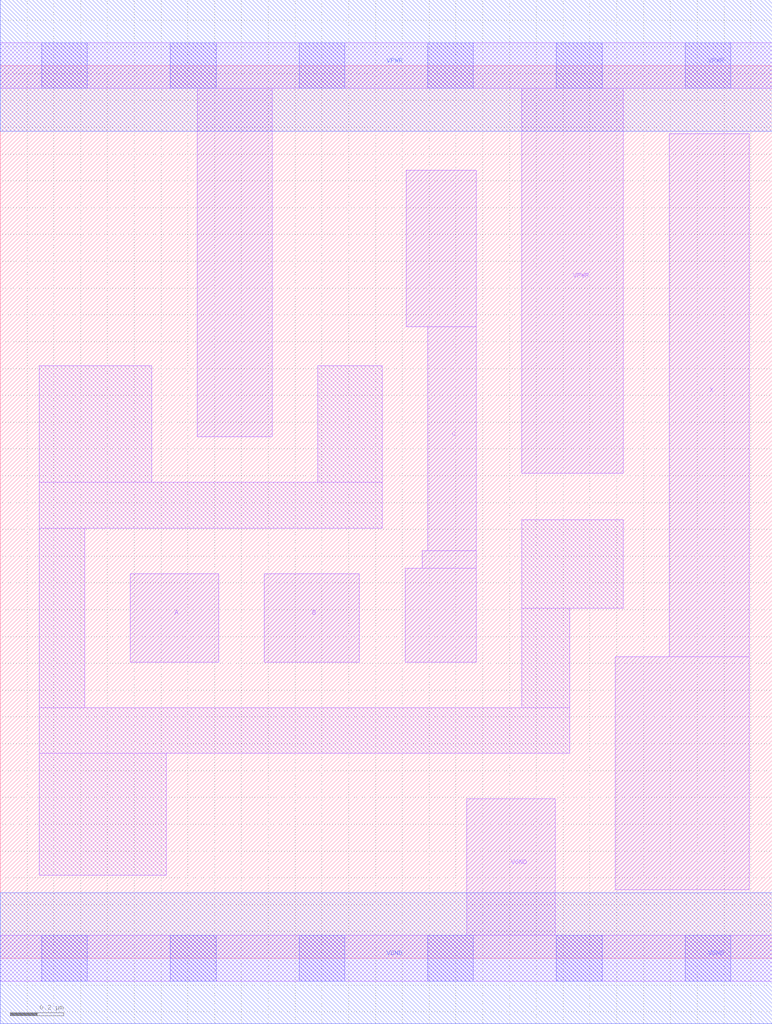
<source format=lef>
# Copyright 2020 The SkyWater PDK Authors
#
# Licensed under the Apache License, Version 2.0 (the "License");
# you may not use this file except in compliance with the License.
# You may obtain a copy of the License at
#
#     https://www.apache.org/licenses/LICENSE-2.0
#
# Unless required by applicable law or agreed to in writing, software
# distributed under the License is distributed on an "AS IS" BASIS,
# WITHOUT WARRANTIES OR CONDITIONS OF ANY KIND, either express or implied.
# See the License for the specific language governing permissions and
# limitations under the License.
#
# SPDX-License-Identifier: Apache-2.0

VERSION 5.7 ;
  NAMESCASESENSITIVE ON ;
  NOWIREEXTENSIONATPIN ON ;
  DIVIDERCHAR "/" ;
  BUSBITCHARS "[]" ;
UNITS
  DATABASE MICRONS 200 ;
END UNITS
MACRO sky130_fd_sc_lp__and3_1
  CLASS CORE ;
  SOURCE USER ;
  FOREIGN sky130_fd_sc_lp__and3_1 ;
  ORIGIN  0.000000  0.000000 ;
  SIZE  2.880000 BY  3.330000 ;
  SYMMETRY X Y R90 ;
  SITE unit ;
  PIN A
    ANTENNAGATEAREA  0.126000 ;
    DIRECTION INPUT ;
    USE SIGNAL ;
    PORT
      LAYER li1 ;
        RECT 0.485000 1.105000 0.815000 1.435000 ;
    END
  END A
  PIN B
    ANTENNAGATEAREA  0.126000 ;
    DIRECTION INPUT ;
    USE SIGNAL ;
    PORT
      LAYER li1 ;
        RECT 0.985000 1.105000 1.340000 1.435000 ;
    END
  END B
  PIN C
    ANTENNAGATEAREA  0.126000 ;
    DIRECTION INPUT ;
    USE SIGNAL ;
    PORT
      LAYER li1 ;
        RECT 1.510000 1.105000 1.775000 1.455000 ;
        RECT 1.515000 2.355000 1.775000 2.940000 ;
        RECT 1.575000 1.455000 1.775000 1.520000 ;
        RECT 1.595000 1.520000 1.775000 2.355000 ;
    END
  END C
  PIN X
    ANTENNADIFFAREA  0.556500 ;
    DIRECTION OUTPUT ;
    USE SIGNAL ;
    PORT
      LAYER li1 ;
        RECT 2.295000 0.255000 2.795000 1.125000 ;
        RECT 2.495000 1.125000 2.795000 3.075000 ;
    END
  END X
  PIN VGND
    DIRECTION INOUT ;
    USE GROUND ;
    PORT
      LAYER li1 ;
        RECT 0.000000 -0.085000 2.880000 0.085000 ;
        RECT 1.740000  0.085000 2.070000 0.595000 ;
      LAYER mcon ;
        RECT 0.155000 -0.085000 0.325000 0.085000 ;
        RECT 0.635000 -0.085000 0.805000 0.085000 ;
        RECT 1.115000 -0.085000 1.285000 0.085000 ;
        RECT 1.595000 -0.085000 1.765000 0.085000 ;
        RECT 2.075000 -0.085000 2.245000 0.085000 ;
        RECT 2.555000 -0.085000 2.725000 0.085000 ;
      LAYER met1 ;
        RECT 0.000000 -0.245000 2.880000 0.245000 ;
    END
  END VGND
  PIN VPWR
    DIRECTION INOUT ;
    USE POWER ;
    PORT
      LAYER li1 ;
        RECT 0.000000 3.245000 2.880000 3.415000 ;
        RECT 0.735000 1.945000 1.015000 3.245000 ;
        RECT 1.945000 1.810000 2.325000 3.245000 ;
      LAYER mcon ;
        RECT 0.155000 3.245000 0.325000 3.415000 ;
        RECT 0.635000 3.245000 0.805000 3.415000 ;
        RECT 1.115000 3.245000 1.285000 3.415000 ;
        RECT 1.595000 3.245000 1.765000 3.415000 ;
        RECT 2.075000 3.245000 2.245000 3.415000 ;
        RECT 2.555000 3.245000 2.725000 3.415000 ;
      LAYER met1 ;
        RECT 0.000000 3.085000 2.880000 3.575000 ;
    END
  END VPWR
  OBS
    LAYER li1 ;
      RECT 0.145000 0.310000 0.620000 0.765000 ;
      RECT 0.145000 0.765000 2.125000 0.935000 ;
      RECT 0.145000 0.935000 0.315000 1.605000 ;
      RECT 0.145000 1.605000 1.425000 1.775000 ;
      RECT 0.145000 1.775000 0.565000 2.210000 ;
      RECT 1.185000 1.775000 1.425000 2.210000 ;
      RECT 1.945000 0.935000 2.125000 1.305000 ;
      RECT 1.945000 1.305000 2.325000 1.635000 ;
  END
END sky130_fd_sc_lp__and3_1

</source>
